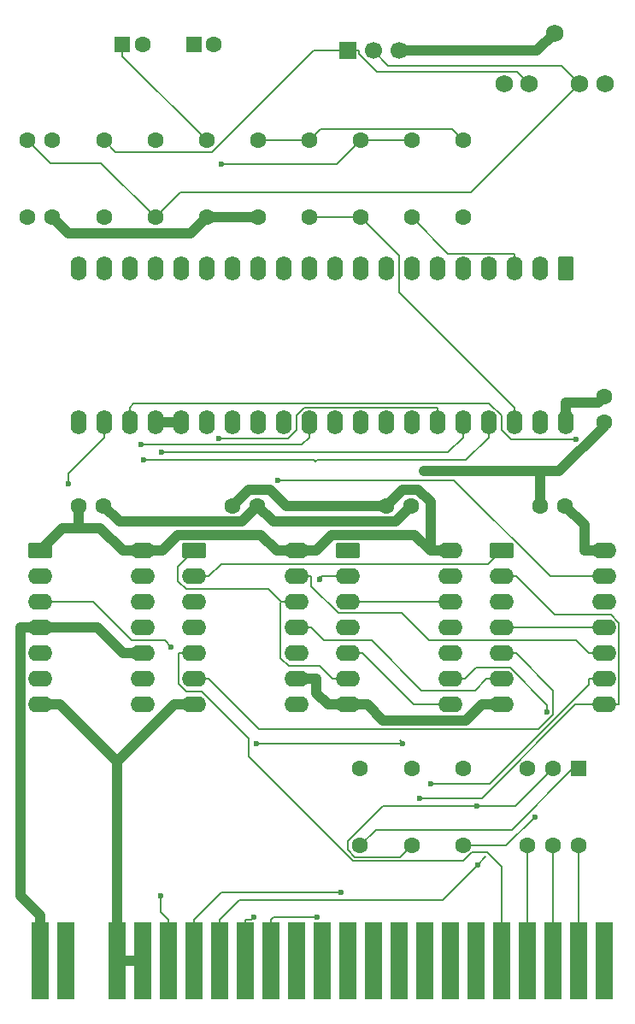
<source format=gbr>
%TF.GenerationSoftware,KiCad,Pcbnew,9.0.3*%
%TF.CreationDate,2025-08-11T15:59:24+01:00*%
%TF.ProjectId,MyZON-X,4d795a4f-4e2d-4582-9e6b-696361645f70,rev?*%
%TF.SameCoordinates,Original*%
%TF.FileFunction,Copper,L2,Bot*%
%TF.FilePolarity,Positive*%
%FSLAX46Y46*%
G04 Gerber Fmt 4.6, Leading zero omitted, Abs format (unit mm)*
G04 Created by KiCad (PCBNEW 9.0.3) date 2025-08-11 15:59:24*
%MOMM*%
%LPD*%
G01*
G04 APERTURE LIST*
G04 Aperture macros list*
%AMRoundRect*
0 Rectangle with rounded corners*
0 $1 Rounding radius*
0 $2 $3 $4 $5 $6 $7 $8 $9 X,Y pos of 4 corners*
0 Add a 4 corners polygon primitive as box body*
4,1,4,$2,$3,$4,$5,$6,$7,$8,$9,$2,$3,0*
0 Add four circle primitives for the rounded corners*
1,1,$1+$1,$2,$3*
1,1,$1+$1,$4,$5*
1,1,$1+$1,$6,$7*
1,1,$1+$1,$8,$9*
0 Add four rect primitives between the rounded corners*
20,1,$1+$1,$2,$3,$4,$5,0*
20,1,$1+$1,$4,$5,$6,$7,0*
20,1,$1+$1,$6,$7,$8,$9,0*
20,1,$1+$1,$8,$9,$2,$3,0*%
G04 Aperture macros list end*
%TA.AperFunction,ComponentPad*%
%ADD10C,1.600000*%
%TD*%
%TA.AperFunction,ComponentPad*%
%ADD11RoundRect,0.250000X-0.550000X0.950000X-0.550000X-0.950000X0.550000X-0.950000X0.550000X0.950000X0*%
%TD*%
%TA.AperFunction,ComponentPad*%
%ADD12O,1.600000X2.400000*%
%TD*%
%TA.AperFunction,ConnectorPad*%
%ADD13R,1.778000X7.620000*%
%TD*%
%TA.AperFunction,ComponentPad*%
%ADD14RoundRect,0.250000X-0.550000X0.550000X-0.550000X-0.550000X0.550000X-0.550000X0.550000X0.550000X0*%
%TD*%
%TA.AperFunction,ComponentPad*%
%ADD15R,1.700000X1.700000*%
%TD*%
%TA.AperFunction,ComponentPad*%
%ADD16C,1.700000*%
%TD*%
%TA.AperFunction,ComponentPad*%
%ADD17RoundRect,0.250000X-0.550000X-0.550000X0.550000X-0.550000X0.550000X0.550000X-0.550000X0.550000X0*%
%TD*%
%TA.AperFunction,ComponentPad*%
%ADD18C,1.752600*%
%TD*%
%TA.AperFunction,ComponentPad*%
%ADD19RoundRect,0.250000X-0.950000X-0.550000X0.950000X-0.550000X0.950000X0.550000X-0.950000X0.550000X0*%
%TD*%
%TA.AperFunction,ComponentPad*%
%ADD20O,2.400000X1.600000*%
%TD*%
%TA.AperFunction,ViaPad*%
%ADD21C,0.600000*%
%TD*%
%TA.AperFunction,ViaPad*%
%ADD22C,0.800000*%
%TD*%
%TA.AperFunction,Conductor*%
%ADD23C,1.000000*%
%TD*%
%TA.AperFunction,Conductor*%
%ADD24C,0.200000*%
%TD*%
G04 APERTURE END LIST*
D10*
%TO.P,C5,1*%
%TO.N,VCC*%
X59710000Y-99695000D03*
%TO.P,C5,2*%
%TO.N,GND*%
X62210000Y-99695000D03*
%TD*%
%TO.P,R4,1*%
%TO.N,/OUTA*%
X97790000Y-71120000D03*
%TO.P,R4,2*%
%TO.N,Net-(C1-Pad1)*%
X97790000Y-63500000D03*
%TD*%
D11*
%TO.P,U1,1,GND*%
%TO.N,GND*%
X107940000Y-76200000D03*
D12*
%TO.P,U1,2,NC2*%
%TO.N,unconnected-(U1-NC2-Pad2)*%
X105400000Y-76200000D03*
%TO.P,U1,3,OUTB*%
%TO.N,/OUTB*%
X102860000Y-76200000D03*
%TO.P,U1,4,OUTA*%
%TO.N,/OUTA*%
X100320000Y-76200000D03*
%TO.P,U1,5,NC5*%
%TO.N,unconnected-(U1-NC5-Pad5)*%
X97780000Y-76200000D03*
%TO.P,U1,6,IOB7*%
%TO.N,unconnected-(U1-IOB7-Pad6)*%
X95240000Y-76200000D03*
%TO.P,U1,7,IOB6*%
%TO.N,unconnected-(U1-IOB6-Pad7)*%
X92700000Y-76200000D03*
%TO.P,U1,8,IOB5*%
%TO.N,unconnected-(U1-IOB5-Pad8)*%
X90160000Y-76200000D03*
%TO.P,U1,9,IOB4*%
%TO.N,unconnected-(U1-IOB4-Pad9)*%
X87620000Y-76200000D03*
%TO.P,U1,10,IOB3*%
%TO.N,unconnected-(U1-IOB3-Pad10)*%
X85080000Y-76200000D03*
%TO.P,U1,11,IOB2*%
%TO.N,unconnected-(U1-IOB2-Pad11)*%
X82540000Y-76200000D03*
%TO.P,U1,12,IOB1*%
%TO.N,unconnected-(U1-IOB1-Pad12)*%
X80000000Y-76200000D03*
%TO.P,U1,13,IOB0*%
%TO.N,unconnected-(U1-IOB0-Pad13)*%
X77460000Y-76200000D03*
%TO.P,U1,14,IOA7*%
%TO.N,unconnected-(U1-IOA7-Pad14)*%
X74920000Y-76200000D03*
%TO.P,U1,15,IOA6*%
%TO.N,unconnected-(U1-IOA6-Pad15)*%
X72380000Y-76200000D03*
%TO.P,U1,16,IOA5*%
%TO.N,unconnected-(U1-IOA5-Pad16)*%
X69840000Y-76200000D03*
%TO.P,U1,17,IOA4*%
%TO.N,unconnected-(U1-IOA4-Pad17)*%
X67300000Y-76200000D03*
%TO.P,U1,18,IOA3*%
%TO.N,unconnected-(U1-IOA3-Pad18)*%
X64760000Y-76200000D03*
%TO.P,U1,19,IOA2*%
%TO.N,unconnected-(U1-IOA2-Pad19)*%
X62220000Y-76200000D03*
%TO.P,U1,20,IOA1*%
%TO.N,unconnected-(U1-IOA1-Pad20)*%
X59680000Y-76200000D03*
%TO.P,U1,21,IOA0*%
%TO.N,unconnected-(U1-IOA0-Pad21)*%
X59680000Y-91440000D03*
%TO.P,U1,22,CLOCK*%
%TO.N,/PSGCLK*%
X62220000Y-91440000D03*
%TO.P,U1,23,RESET*%
%TO.N,/~{RESET}*%
X64760000Y-91440000D03*
%TO.P,U1,24,A9*%
%TO.N,VCC*%
X67300000Y-91440000D03*
%TO.P,U1,25,A8*%
X69840000Y-91440000D03*
%TO.P,U1,26,TEST2*%
%TO.N,unconnected-(U1-TEST2-Pad26)*%
X72380000Y-91440000D03*
%TO.P,U1,27,BDIR*%
%TO.N,/BDIR*%
X74920000Y-91440000D03*
%TO.P,U1,28,BC2*%
%TO.N,VCC*%
X77460000Y-91440000D03*
%TO.P,U1,29,BC1*%
%TO.N,/BC1*%
X80000000Y-91440000D03*
%TO.P,U1,30,D7*%
%TO.N,/D7*%
X82540000Y-91440000D03*
%TO.P,U1,31,D6*%
%TO.N,/D6*%
X85080000Y-91440000D03*
%TO.P,U1,32,D5*%
%TO.N,/D5*%
X87620000Y-91440000D03*
%TO.P,U1,33,D4*%
%TO.N,/D4*%
X90160000Y-91440000D03*
%TO.P,U1,34,D3*%
%TO.N,/D3*%
X92700000Y-91440000D03*
%TO.P,U1,35,D2*%
%TO.N,/D2*%
X95240000Y-91440000D03*
%TO.P,U1,36,D1*%
%TO.N,/D1*%
X97780000Y-91440000D03*
%TO.P,U1,37,D0*%
%TO.N,/D0*%
X100320000Y-91440000D03*
%TO.P,U1,38,OUTC*%
%TO.N,/OUTC*%
X102860000Y-91440000D03*
%TO.P,U1,39,TEST1*%
%TO.N,unconnected-(U1-TEST1-Pad39)*%
X105400000Y-91440000D03*
%TO.P,U1,40,VCC*%
%TO.N,VCC*%
X107940000Y-91440000D03*
%TD*%
D10*
%TO.P,R11,1*%
%TO.N,Net-(C2-Pad2)*%
X62230000Y-71120000D03*
%TO.P,R11,2*%
%TO.N,Net-(CO3-Pin_1)*%
X62230000Y-63500000D03*
%TD*%
%TO.P,C3,1*%
%TO.N,Net-(CO3-Pin_2)*%
X54635000Y-63500000D03*
%TO.P,C3,2*%
%TO.N,GND*%
X57135000Y-63500000D03*
%TD*%
%TO.P,R3,1*%
%TO.N,VCC*%
X87555000Y-125730000D03*
%TO.P,R3,2*%
%TO.N,Net-(R3-Pad2)*%
X87555000Y-133350000D03*
%TD*%
%TO.P,C6,1*%
%TO.N,VCC*%
X74950000Y-99695000D03*
%TO.P,C6,2*%
%TO.N,GND*%
X77450000Y-99695000D03*
%TD*%
D13*
%TO.P,CO1,A3,+5Vcc*%
%TO.N,VCC*%
X55874982Y-144780000D03*
%TO.P,CO1,A4,+9Vcc*%
%TO.N,unconnected-(CO1-+9Vcc-PadA4)*%
X58414982Y-144780000D03*
%TO.P,CO1,A6,GND*%
%TO.N,GND*%
X63494982Y-144780000D03*
%TO.P,CO1,A7,GND*%
X66034982Y-144780000D03*
%TO.P,CO1,A8,CLK*%
%TO.N,/CLK*%
X68574982Y-144780000D03*
%TO.P,CO1,A9,A0*%
%TO.N,/A0*%
X71114982Y-144780000D03*
%TO.P,CO1,A10,A1*%
%TO.N,/A1*%
X73654982Y-144780000D03*
%TO.P,CO1,A11,A2*%
%TO.N,/A2*%
X76194982Y-144780000D03*
%TO.P,CO1,A12,A3*%
%TO.N,/A3*%
X78734982Y-144780000D03*
%TO.P,CO1,A13,A15*%
%TO.N,unconnected-(CO1-A15-PadA13)*%
X81274982Y-144780000D03*
%TO.P,CO1,A14,A14*%
%TO.N,unconnected-(CO1-PadA14)*%
X83814982Y-144780000D03*
%TO.P,CO1,A15,A13*%
%TO.N,unconnected-(CO1-A13-PadA15)*%
X86354982Y-144780000D03*
%TO.P,CO1,A16,A12*%
%TO.N,unconnected-(CO1-A12-PadA16)*%
X88894982Y-144780000D03*
%TO.P,CO1,A17,A11*%
%TO.N,unconnected-(CO1-A11-PadA17)*%
X91434982Y-144780000D03*
%TO.P,CO1,A18,A10*%
%TO.N,unconnected-(CO1-A10-PadA18)*%
X93974982Y-144780000D03*
%TO.P,CO1,A19,A9*%
%TO.N,unconnected-(CO1-A9-PadA19)*%
X96514982Y-144780000D03*
%TO.P,CO1,A20,A8*%
%TO.N,unconnected-(CO1-A8-PadA20)*%
X99054982Y-144780000D03*
%TO.P,CO1,A21,A7*%
%TO.N,/A7*%
X101594982Y-144780000D03*
%TO.P,CO1,A22,A6*%
%TO.N,/A6*%
X104134982Y-144780000D03*
%TO.P,CO1,A23,A5*%
%TO.N,/A5*%
X106674982Y-144780000D03*
%TO.P,CO1,A24,A4*%
%TO.N,/A4*%
X109214982Y-144780000D03*
%TO.P,CO1,A25,~{ROMCS}*%
%TO.N,unconnected-(CO1-~{ROMCS}-PadA25)*%
X111754982Y-144780000D03*
%TD*%
D10*
%TO.P,R1,1*%
%TO.N,VCC*%
X97785000Y-125730000D03*
%TO.P,R1,2*%
%TO.N,Net-(R1-Pad2)*%
X97785000Y-133350000D03*
%TD*%
D14*
%TO.P,SW1,1*%
%TO.N,Net-(R3-Pad2)*%
X109220000Y-125730000D03*
D10*
%TO.P,SW1,2*%
%TO.N,Net-(R2-Pad2)*%
X106680000Y-125730000D03*
%TO.P,SW1,3*%
%TO.N,Net-(R1-Pad2)*%
X104140000Y-125730000D03*
%TO.P,SW1,4*%
%TO.N,/A6*%
X104140000Y-133350000D03*
%TO.P,SW1,5*%
%TO.N,/A5*%
X106680000Y-133350000D03*
%TO.P,SW1,6*%
%TO.N,/A4*%
X109220000Y-133350000D03*
%TD*%
%TO.P,R8,1*%
%TO.N,Net-(C1-Pad1)*%
X77470000Y-63500000D03*
%TO.P,R8,2*%
%TO.N,GND*%
X77470000Y-71120000D03*
%TD*%
%TO.P,R2,1*%
%TO.N,VCC*%
X92705000Y-125730000D03*
%TO.P,R2,2*%
%TO.N,Net-(R2-Pad2)*%
X92705000Y-133350000D03*
%TD*%
D15*
%TO.P,CO3,1,Pin_1*%
%TO.N,Net-(CO3-Pin_1)*%
X86355000Y-54610000D03*
D16*
%TO.P,CO3,2,Pin_2*%
%TO.N,Net-(CO3-Pin_2)*%
X88895000Y-54610000D03*
%TO.P,CO3,3,Pin_3*%
%TO.N,GND*%
X91435000Y-54610000D03*
%TD*%
D10*
%TO.P,C4,1*%
%TO.N,Net-(CO3-Pin_1)*%
X54615000Y-71120000D03*
%TO.P,C4,2*%
%TO.N,GND*%
X57115000Y-71120000D03*
%TD*%
D17*
%TO.P,C2,1*%
%TO.N,Net-(C2-Pad1)*%
X64035000Y-53975000D03*
D10*
%TO.P,C2,2*%
%TO.N,Net-(C2-Pad2)*%
X66035000Y-53975000D03*
%TD*%
%TO.P,R7,1*%
%TO.N,Net-(C1-Pad1)*%
X82550000Y-63500000D03*
%TO.P,R7,2*%
%TO.N,/OUTC*%
X82550000Y-71120000D03*
%TD*%
%TO.P,R5,1*%
%TO.N,/OUTB*%
X92710000Y-71120000D03*
%TO.P,R5,2*%
%TO.N,Net-(C2-Pad1)*%
X92710000Y-63500000D03*
%TD*%
D18*
%TO.P,CO2,1,1*%
%TO.N,unconnected-(CO2-Pad1)*%
X111845100Y-57840000D03*
%TO.P,CO2,2,2*%
%TO.N,Net-(CO3-Pin_2)*%
X109345100Y-57840000D03*
%TO.P,CO2,3,3*%
%TO.N,Net-(CO3-Pin_1)*%
X104345100Y-57840000D03*
%TO.P,CO2,4,4*%
%TO.N,unconnected-(CO2-Pad4)*%
X101845100Y-57840000D03*
%TO.P,CO2,5,5*%
%TO.N,GND*%
X106845100Y-52840000D03*
%TD*%
D19*
%TO.P,U4,1*%
%TO.N,/A3*%
X86360000Y-104140000D03*
D20*
%TO.P,U4,2*%
%TO.N,/A2*%
X86360000Y-106680000D03*
%TO.P,U4,3*%
%TO.N,Net-(U4-Pad12)*%
X86360000Y-109220000D03*
%TO.P,U4,4*%
%TO.N,/A0*%
X86360000Y-111760000D03*
%TO.P,U4,5*%
%TO.N,Net-(U4-Pad5)*%
X86360000Y-114300000D03*
%TO.P,U4,6*%
%TO.N,/VALID*%
X86360000Y-116840000D03*
%TO.P,U4,7,GND*%
%TO.N,GND*%
X86360000Y-119380000D03*
%TO.P,U4,8*%
%TO.N,Net-(U4-Pad5)*%
X96520000Y-119380000D03*
%TO.P,U4,9*%
%TO.N,Net-(R3-Pad2)*%
X96520000Y-116840000D03*
%TO.P,U4,10*%
%TO.N,Net-(R2-Pad2)*%
X96520000Y-114300000D03*
%TO.P,U4,11*%
%TO.N,Net-(R1-Pad2)*%
X96520000Y-111760000D03*
%TO.P,U4,12*%
%TO.N,Net-(U4-Pad12)*%
X96520000Y-109220000D03*
%TO.P,U4,13*%
%TO.N,/A1*%
X96520000Y-106680000D03*
%TO.P,U4,14,VCC*%
%TO.N,VCC*%
X96520000Y-104140000D03*
%TD*%
D19*
%TO.P,U5,1*%
%TO.N,/IOWR*%
X101600000Y-104140000D03*
D20*
%TO.P,U5,2*%
%TO.N,/~{IOREQ}*%
X101600000Y-106680000D03*
%TO.P,U5,3*%
%TO.N,/~{WR}*%
X101600000Y-109220000D03*
%TO.P,U5,4*%
%TO.N,Net-(U5-Pad11)*%
X101600000Y-111760000D03*
%TO.P,U5,5*%
%TO.N,Net-(U3-Pad6)*%
X101600000Y-114300000D03*
%TO.P,U5,6*%
%TO.N,Net-(U3-Pad11)*%
X101600000Y-116840000D03*
%TO.P,U5,7,GND*%
%TO.N,GND*%
X101600000Y-119380000D03*
%TO.P,U5,8*%
%TO.N,/~{IOREQ}*%
X111760000Y-119380000D03*
%TO.P,U5,9*%
%TO.N,/~{RD}*%
X111760000Y-116840000D03*
%TO.P,U5,10*%
%TO.N,/IORD*%
X111760000Y-114300000D03*
%TO.P,U5,11*%
%TO.N,Net-(U5-Pad11)*%
X111760000Y-111760000D03*
%TO.P,U5,12*%
X111760000Y-109220000D03*
%TO.P,U5,13*%
%TO.N,/BC1*%
X111760000Y-106680000D03*
%TO.P,U5,14,VCC*%
%TO.N,VCC*%
X111760000Y-104140000D03*
%TD*%
D17*
%TO.P,C1,1*%
%TO.N,Net-(C1-Pad1)*%
X71115000Y-53975000D03*
D10*
%TO.P,C1,2*%
%TO.N,Net-(C1-Pad2)*%
X73115000Y-53975000D03*
%TD*%
%TO.P,R6,1*%
%TO.N,Net-(C2-Pad1)*%
X87630000Y-63500000D03*
%TO.P,R6,2*%
%TO.N,/OUTC*%
X87630000Y-71120000D03*
%TD*%
%TO.P,C9,1*%
%TO.N,VCC*%
X111755000Y-88900000D03*
%TO.P,C9,2*%
%TO.N,GND*%
X111755000Y-91400000D03*
%TD*%
D19*
%TO.P,U3,1*%
%TO.N,/VALID*%
X71120000Y-104140000D03*
D20*
%TO.P,U3,2*%
%TO.N,/IOWR*%
X71120000Y-106680000D03*
%TO.P,U3,3*%
%TO.N,/BDIR*%
X71120000Y-109220000D03*
%TO.P,U3,4*%
X71120000Y-111760000D03*
%TO.P,U3,5*%
%TO.N,/A7*%
X71120000Y-114300000D03*
%TO.P,U3,6*%
%TO.N,Net-(U3-Pad6)*%
X71120000Y-116840000D03*
%TO.P,U3,7,GND*%
%TO.N,GND*%
X71120000Y-119380000D03*
%TO.P,U3,8*%
%TO.N,unconnected-(U3-Pad8)*%
X81280000Y-119380000D03*
%TO.P,U3,9*%
%TO.N,GND*%
X81280000Y-116840000D03*
%TO.P,U3,10*%
X81280000Y-114300000D03*
%TO.P,U3,11*%
%TO.N,Net-(U3-Pad11)*%
X81280000Y-111760000D03*
%TO.P,U3,12*%
%TO.N,/VALID*%
X81280000Y-109220000D03*
%TO.P,U3,13*%
%TO.N,/IORD*%
X81280000Y-106680000D03*
%TO.P,U3,14,VCC*%
%TO.N,VCC*%
X81280000Y-104140000D03*
%TD*%
D19*
%TO.P,U2,1,~{R}*%
%TO.N,VCC*%
X55880000Y-104140000D03*
D20*
%TO.P,U2,2,D*%
%TO.N,Net-(U2A-D)*%
X55880000Y-106680000D03*
%TO.P,U2,3,C*%
%TO.N,/CLK*%
X55880000Y-109220000D03*
%TO.P,U2,4,~{S}*%
%TO.N,VCC*%
X55880000Y-111760000D03*
%TO.P,U2,5,Q*%
%TO.N,/PSGCLK*%
X55880000Y-114300000D03*
%TO.P,U2,6,~{Q}*%
%TO.N,Net-(U2A-D)*%
X55880000Y-116840000D03*
%TO.P,U2,7,GND*%
%TO.N,GND*%
X55880000Y-119380000D03*
%TO.P,U2,8,~{Q}*%
%TO.N,unconnected-(U2B-~{Q}-Pad8)*%
X66040000Y-119380000D03*
%TO.P,U2,9,Q*%
%TO.N,unconnected-(U2B-Q-Pad9)*%
X66040000Y-116840000D03*
%TO.P,U2,10,~{S}*%
%TO.N,VCC*%
X66040000Y-114300000D03*
%TO.P,U2,11,C*%
X66040000Y-111760000D03*
%TO.P,U2,12,D*%
X66040000Y-109220000D03*
%TO.P,U2,13,~{R}*%
X66040000Y-106680000D03*
%TO.P,U2,14,VCC*%
X66040000Y-104140000D03*
%TD*%
D10*
%TO.P,R10,1*%
%TO.N,Net-(C1-Pad2)*%
X67310000Y-63500000D03*
%TO.P,R10,2*%
%TO.N,Net-(CO3-Pin_2)*%
X67310000Y-71120000D03*
%TD*%
%TO.P,C7,1*%
%TO.N,VCC*%
X90190000Y-99695000D03*
%TO.P,C7,2*%
%TO.N,GND*%
X92690000Y-99695000D03*
%TD*%
%TO.P,C8,1*%
%TO.N,VCC*%
X107930000Y-99695000D03*
%TO.P,C8,2*%
%TO.N,GND*%
X105430000Y-99695000D03*
%TD*%
%TO.P,R9,1*%
%TO.N,Net-(C2-Pad1)*%
X72390000Y-63500000D03*
%TO.P,R9,2*%
%TO.N,GND*%
X72390000Y-71120000D03*
%TD*%
D21*
%TO.N,Net-(C2-Pad1)*%
X73854100Y-65804800D03*
%TO.N,/CLK*%
X67857500Y-138341200D03*
X68882100Y-113650600D03*
%TO.N,/D2*%
X73614600Y-92992100D03*
%TO.N,/D7*%
X65902100Y-93644300D03*
%TO.N,/~{RESET}*%
X108978100Y-93080000D03*
%TO.N,/A3*%
X83370800Y-140394800D03*
%TO.N,/~{RD}*%
X94641100Y-127236000D03*
%TO.N,/A2*%
X77065500Y-140394800D03*
X83555600Y-106966700D03*
%TO.N,/~{IOREQ}*%
X93521600Y-128651100D03*
%TO.N,/A1*%
X99216600Y-135226300D03*
%TO.N,/A0*%
X85719800Y-137949900D03*
%TO.N,/D3*%
X77350700Y-123256000D03*
X91822500Y-123222800D03*
%TO.N,/D0*%
X66167300Y-95157100D03*
%TO.N,/D1*%
X67902700Y-94400700D03*
%TO.N,Net-(R1-Pad2)*%
X104921500Y-130481600D03*
%TO.N,Net-(R2-Pad2)*%
X99208300Y-129409800D03*
%TO.N,Net-(R3-Pad2)*%
X106107500Y-120072900D03*
%TO.N,/PSGCLK*%
X58684600Y-97495800D03*
%TO.N,/BC1*%
X79472300Y-97130800D03*
D22*
%TO.N,GND*%
X93949800Y-96249200D03*
%TD*%
D23*
%TO.N,VCC*%
X58148300Y-101871700D02*
X59710000Y-101871700D01*
X61820000Y-101871700D02*
X64088300Y-104140000D01*
X69567700Y-102564000D02*
X77752300Y-102564000D01*
X81280000Y-104140000D02*
X79328300Y-104140000D01*
X94568300Y-99314800D02*
X94568300Y-104140000D01*
X78689900Y-98111900D02*
X80273000Y-99695000D01*
X93369400Y-98115900D02*
X94568300Y-99314800D01*
X59710000Y-99695000D02*
X59710000Y-101871700D01*
X83231700Y-104140000D02*
X84784400Y-102587300D01*
X93015600Y-102587300D02*
X94568300Y-104140000D01*
X91769100Y-98115900D02*
X93369400Y-98115900D01*
X59710000Y-101871700D02*
X61820000Y-101871700D01*
X76533100Y-98111900D02*
X78689900Y-98111900D01*
X67991700Y-104140000D02*
X69567700Y-102564000D01*
X65905600Y-104140000D02*
X64088300Y-104140000D01*
X84784400Y-102587300D02*
X93015600Y-102587300D01*
X74950000Y-99695000D02*
X76533100Y-98111900D01*
X55880000Y-104140000D02*
X58148300Y-101871700D01*
X81280000Y-104140000D02*
X83231700Y-104140000D01*
X90190000Y-99695000D02*
X91769100Y-98115900D01*
X77752300Y-102564000D02*
X79328300Y-104140000D01*
X80273000Y-99695000D02*
X90190000Y-99695000D01*
X66040000Y-104140000D02*
X67991700Y-104140000D01*
X96520000Y-104140000D02*
X94568300Y-104140000D01*
%TO.N,GND*%
X105430000Y-99695000D02*
X105430000Y-96249200D01*
X107296300Y-96249200D02*
X111755000Y-91790500D01*
X105430000Y-96249200D02*
X93949800Y-96249200D01*
X105430000Y-96249200D02*
X107296300Y-96249200D01*
D24*
%TO.N,Net-(C1-Pad1)*%
X77470000Y-63500000D02*
X82550000Y-63500000D01*
X82550000Y-63500000D02*
X83653600Y-62396400D01*
X96686400Y-62396400D02*
X97790000Y-63500000D01*
X83653600Y-62396400D02*
X96686400Y-62396400D01*
%TO.N,Net-(C2-Pad1)*%
X64035000Y-53975000D02*
X64035000Y-55145000D01*
X73854100Y-65804800D02*
X85325200Y-65804800D01*
X92710000Y-63500000D02*
X87630000Y-63500000D01*
X85325200Y-65804800D02*
X87630000Y-63500000D01*
X64035000Y-55145000D02*
X72390000Y-63500000D01*
D23*
%TO.N,GND*%
X101600000Y-119380000D02*
X99648300Y-119380000D01*
X55880000Y-119380000D02*
X57831700Y-119380000D01*
X57115000Y-71120000D02*
X58712000Y-72717000D01*
X83231700Y-118203400D02*
X83231700Y-116840000D01*
X105075100Y-54610000D02*
X106845100Y-52840000D01*
X91122100Y-101262900D02*
X79017900Y-101262900D01*
X63505000Y-125043300D02*
X63495000Y-125043300D01*
X69168300Y-119380000D02*
X63505000Y-125043300D01*
X98065900Y-120962400D02*
X89894100Y-120962400D01*
X62210000Y-99695000D02*
X63761700Y-101246700D01*
X79017900Y-101262900D02*
X77450000Y-99695000D01*
X89894100Y-120962400D02*
X88311700Y-119380000D01*
X81280000Y-116840000D02*
X83231700Y-116840000D01*
X92690000Y-99695000D02*
X91122100Y-101262900D01*
X86360000Y-119380000D02*
X88311700Y-119380000D01*
X63495000Y-144780000D02*
X63495000Y-125043300D01*
X77470000Y-71120000D02*
X72390000Y-71120000D01*
X63495000Y-125043300D02*
X57831700Y-119380000D01*
X84408300Y-119380000D02*
X83231700Y-118203400D01*
X70793000Y-72717000D02*
X72390000Y-71120000D01*
X63761700Y-101246700D02*
X75898300Y-101246700D01*
X63495000Y-144780000D02*
X66035000Y-144780000D01*
X91435000Y-54610000D02*
X105075100Y-54610000D01*
X99648300Y-119380000D02*
X98065900Y-120962400D01*
X71120000Y-119380000D02*
X69168300Y-119380000D01*
X75898300Y-101246700D02*
X77450000Y-99695000D01*
X111755000Y-91790500D02*
X111755000Y-91400000D01*
X58712000Y-72717000D02*
X70793000Y-72717000D01*
X86360000Y-119380000D02*
X84408300Y-119380000D01*
%TO.N,VCC*%
X65905600Y-104140000D02*
X66040000Y-104140000D01*
X107940000Y-89488300D02*
X111166700Y-89488300D01*
X109808300Y-101573300D02*
X107930000Y-99695000D01*
X55880000Y-111760000D02*
X61548300Y-111760000D01*
X55875000Y-140218300D02*
X53928300Y-138271600D01*
X69840000Y-91440000D02*
X67300000Y-91440000D01*
X111760000Y-104140000D02*
X109808300Y-104140000D01*
X55875000Y-144780000D02*
X55875000Y-140218300D01*
X55880000Y-111760000D02*
X53928300Y-111760000D01*
X61548300Y-111760000D02*
X64088300Y-114300000D01*
X53928300Y-138271600D02*
X53928300Y-111760000D01*
X109808300Y-104140000D02*
X109808300Y-101573300D01*
X107940000Y-91440000D02*
X107940000Y-89488300D01*
X111166700Y-89488300D02*
X111755000Y-88900000D01*
X66040000Y-114300000D02*
X64088300Y-114300000D01*
D24*
%TO.N,/CLK*%
X68261500Y-113030000D02*
X65010000Y-113030000D01*
X68575000Y-140668300D02*
X67857500Y-139950800D01*
X68882100Y-113650600D02*
X68261500Y-113030000D01*
X65010000Y-113030000D02*
X61200000Y-109220000D01*
X68575000Y-144780000D02*
X68575000Y-140668300D01*
X61200000Y-109220000D02*
X55880000Y-109220000D01*
X67857500Y-139950800D02*
X67857500Y-138341200D01*
%TO.N,/D2*%
X80447400Y-92992100D02*
X73614600Y-92992100D01*
X81270000Y-90746000D02*
X81270000Y-92169500D01*
X95240000Y-89938300D02*
X82077700Y-89938300D01*
X81270000Y-92169500D02*
X80447400Y-92992100D01*
X95240000Y-91440000D02*
X95240000Y-89938300D01*
X82077700Y-89938300D02*
X81270000Y-90746000D01*
%TO.N,/D7*%
X82540000Y-91440000D02*
X82540000Y-92941700D01*
X65902100Y-93644300D02*
X81837400Y-93644300D01*
X81837400Y-93644300D02*
X82540000Y-92941700D01*
%TO.N,Net-(CO3-Pin_2)*%
X54635000Y-63500000D02*
X56886400Y-65751400D01*
X98555500Y-68629600D02*
X69800400Y-68629600D01*
X109345100Y-57840000D02*
X98555500Y-68629600D01*
X107588900Y-56083800D02*
X90368800Y-56083800D01*
X61941400Y-65751400D02*
X67310000Y-71120000D01*
X69800400Y-68629600D02*
X67310000Y-71120000D01*
X56886400Y-65751400D02*
X61941400Y-65751400D01*
X90368800Y-56083800D02*
X88895000Y-54610000D01*
X109345100Y-57840000D02*
X107588900Y-56083800D01*
%TO.N,Net-(CO3-Pin_1)*%
X82969800Y-54610000D02*
X72954700Y-64625100D01*
X89265600Y-56656800D02*
X87506700Y-54897900D01*
X86355000Y-54610000D02*
X87506700Y-54610000D01*
X63355100Y-64625100D02*
X62230000Y-63500000D01*
X86355000Y-54610000D02*
X82969800Y-54610000D01*
X104345100Y-57840000D02*
X103161900Y-56656800D01*
X72954700Y-64625100D02*
X63355100Y-64625100D01*
X103161900Y-56656800D02*
X89265600Y-56656800D01*
X87506700Y-54897900D02*
X87506700Y-54610000D01*
%TO.N,/A5*%
X106675000Y-133355000D02*
X106680000Y-133350000D01*
X106675000Y-144780000D02*
X106675000Y-133355000D01*
%TO.N,/~{RESET}*%
X101590000Y-90739000D02*
X101590000Y-92146100D01*
X64760000Y-91440000D02*
X64760000Y-89938300D01*
X64760000Y-89938300D02*
X65167100Y-89531200D01*
X102523900Y-93080000D02*
X108978100Y-93080000D01*
X65167100Y-89531200D02*
X100382200Y-89531200D01*
X101590000Y-92146100D02*
X102523900Y-93080000D01*
X100382200Y-89531200D02*
X101590000Y-90739000D01*
%TO.N,/A7*%
X97820900Y-134872200D02*
X86915900Y-134872200D01*
X101595000Y-135449900D02*
X100160000Y-134014900D01*
X71921800Y-118074700D02*
X70386600Y-118074700D01*
X100160000Y-134014900D02*
X98678200Y-134014900D01*
X76576900Y-122729800D02*
X71921800Y-118074700D01*
X98678200Y-134014900D02*
X97820900Y-134872200D01*
X86915900Y-134872200D02*
X76576900Y-124533200D01*
X70386600Y-118074700D02*
X69618300Y-117306400D01*
X101595000Y-144780000D02*
X101595000Y-135449900D01*
X76576900Y-124533200D02*
X76576900Y-122729800D01*
X69618300Y-117306400D02*
X69618300Y-114300000D01*
X71120000Y-114300000D02*
X69618300Y-114300000D01*
%TO.N,/A4*%
X109215000Y-133355000D02*
X109220000Y-133350000D01*
X109215000Y-144780000D02*
X109215000Y-133355000D01*
%TO.N,/A3*%
X78735000Y-144780000D02*
X78735000Y-140668300D01*
X79008500Y-140394800D02*
X78735000Y-140668300D01*
X83370800Y-140394800D02*
X79008500Y-140394800D01*
%TO.N,/~{RD}*%
X110258300Y-116840000D02*
X110258300Y-117414900D01*
X111760000Y-116840000D02*
X110258300Y-116840000D01*
X100437200Y-127236000D02*
X94641100Y-127236000D01*
X110258300Y-117414900D02*
X100437200Y-127236000D01*
%TO.N,/A6*%
X104135000Y-133355000D02*
X104135000Y-144780000D01*
X104140000Y-133350000D02*
X104135000Y-133355000D01*
%TO.N,/A2*%
X83555600Y-106966700D02*
X83555600Y-106680000D01*
X83842300Y-106680000D02*
X83555600Y-106966700D01*
X77065500Y-140394800D02*
X76792000Y-140668300D01*
X83555600Y-106680000D02*
X83555600Y-106966700D01*
X76195000Y-144780000D02*
X76195000Y-140668300D01*
X76792000Y-140668300D02*
X76195000Y-140668300D01*
X86360000Y-106680000D02*
X83842300Y-106680000D01*
%TO.N,/~{IOREQ}*%
X108932000Y-119380000D02*
X99660900Y-128651100D01*
X101600000Y-106680000D02*
X103101700Y-106680000D01*
X112510900Y-119380000D02*
X111760000Y-119380000D01*
X112462100Y-110490000D02*
X106911700Y-110490000D01*
X106911700Y-110490000D02*
X103101700Y-106680000D01*
X113261700Y-119380000D02*
X113261700Y-111289600D01*
X99660900Y-128651100D02*
X93521600Y-128651100D01*
X112510900Y-119380000D02*
X113261700Y-119380000D01*
X111760000Y-119380000D02*
X108932000Y-119380000D01*
X113261700Y-111289600D02*
X112462100Y-110490000D01*
%TO.N,/A1*%
X75633000Y-138690300D02*
X95752600Y-138690300D01*
X99216600Y-135227900D02*
X99216600Y-135226300D01*
X99216600Y-135226300D02*
X100002100Y-134440800D01*
X73655000Y-144780000D02*
X73655000Y-140668300D01*
X95752600Y-138690300D02*
X99216600Y-135226300D01*
X100002100Y-134440800D02*
X99216600Y-135226300D01*
X73655000Y-140668300D02*
X75633000Y-138690300D01*
X99216600Y-135226300D02*
X99216600Y-135227900D01*
%TO.N,/A0*%
X85719800Y-137949900D02*
X73833400Y-137949900D01*
X71115000Y-144780000D02*
X71115000Y-140668300D01*
X73833400Y-137949900D02*
X71115000Y-140668300D01*
%TO.N,/D3*%
X77196200Y-123410500D02*
X77350700Y-123256000D01*
X91535700Y-122936000D02*
X91822500Y-123222800D01*
X91822500Y-123222800D02*
X91535700Y-122936000D01*
X77350700Y-123256000D02*
X77196200Y-123410500D01*
X77350700Y-123256000D02*
X91789300Y-123256000D01*
X91789300Y-123256000D02*
X91822500Y-123222800D01*
%TO.N,/D0*%
X100320000Y-91440000D02*
X100320000Y-92941700D01*
X83308200Y-95157100D02*
X98104600Y-95157100D01*
X82975600Y-95157100D02*
X83141900Y-95323400D01*
X98104600Y-95157100D02*
X100320000Y-92941700D01*
X83141900Y-95323400D02*
X83308200Y-95157100D01*
X66167300Y-95157100D02*
X82975600Y-95157100D01*
X83141900Y-95323400D02*
X83308200Y-95157100D01*
%TO.N,/D1*%
X97780000Y-91440000D02*
X97780000Y-92941700D01*
X96321000Y-94400700D02*
X97780000Y-92941700D01*
X67902700Y-94400700D02*
X96321000Y-94400700D01*
%TO.N,Net-(R1-Pad2)*%
X102053100Y-133350000D02*
X97785000Y-133350000D01*
X104921500Y-130481600D02*
X102053100Y-133350000D01*
%TO.N,Net-(R2-Pad2)*%
X92705000Y-133350000D02*
X91593400Y-134461600D01*
X103000200Y-129409800D02*
X99208300Y-129409800D01*
X87108100Y-134461600D02*
X86395400Y-133748900D01*
X106680000Y-125730000D02*
X103000200Y-129409800D01*
X86395400Y-133748900D02*
X86395400Y-132880800D01*
X89866400Y-129409800D02*
X99208300Y-129409800D01*
X91593400Y-134461600D02*
X87108100Y-134461600D01*
X86395400Y-132880800D02*
X89866400Y-129409800D01*
%TO.N,Net-(R3-Pad2)*%
X102456400Y-115738300D02*
X99123400Y-115738300D01*
X106107500Y-120072900D02*
X106107500Y-119389400D01*
X99123400Y-115738300D02*
X98021700Y-116840000D01*
X96520000Y-116840000D02*
X98021700Y-116840000D01*
X108652100Y-125730000D02*
X102632900Y-131749200D01*
X89155800Y-131749200D02*
X87555000Y-133350000D01*
X106107500Y-119389400D02*
X102456400Y-115738300D01*
X109220000Y-125730000D02*
X108652100Y-125730000D01*
X102632900Y-131749200D02*
X89155800Y-131749200D01*
%TO.N,/OUTB*%
X102860000Y-76200000D02*
X102860000Y-74698300D01*
X96288300Y-74698300D02*
X102860000Y-74698300D01*
X92710000Y-71120000D02*
X96288300Y-74698300D01*
%TO.N,/OUTC*%
X102860000Y-89938300D02*
X91430000Y-78508300D01*
X102860000Y-91440000D02*
X102860000Y-89938300D01*
X91430000Y-78508300D02*
X91430000Y-74920000D01*
X91430000Y-74920000D02*
X87630000Y-71120000D01*
X82550000Y-71120000D02*
X87630000Y-71120000D01*
%TO.N,/PSGCLK*%
X58684600Y-96477100D02*
X58684600Y-97495800D01*
X62220000Y-92941700D02*
X58684600Y-96477100D01*
X62220000Y-91440000D02*
X62220000Y-92941700D01*
%TO.N,/BC1*%
X106476200Y-106680000D02*
X111760000Y-106680000D01*
X79472300Y-97130800D02*
X96927000Y-97130800D01*
X96927000Y-97130800D02*
X106476200Y-106680000D01*
%TO.N,/VALID*%
X79688300Y-109310000D02*
X79778300Y-109220000D01*
X84858300Y-116840000D02*
X83588300Y-115570000D01*
X78508300Y-107950000D02*
X79778300Y-109220000D01*
X70374600Y-107950000D02*
X78508300Y-107950000D01*
X81280000Y-109220000D02*
X79778300Y-109220000D01*
X69570200Y-105689800D02*
X69570200Y-107145600D01*
X83588300Y-115570000D02*
X80518000Y-115570000D01*
X71120000Y-104140000D02*
X69570200Y-105689800D01*
X80518000Y-115570000D02*
X79688300Y-114740300D01*
X69570200Y-107145600D02*
X70374600Y-107950000D01*
X79688300Y-114740300D02*
X79688300Y-109310000D01*
X86360000Y-116840000D02*
X84858300Y-116840000D01*
%TO.N,/IORD*%
X110258300Y-114300000D02*
X108988300Y-113030000D01*
X91720600Y-110321700D02*
X85484800Y-110321700D01*
X81280000Y-106680000D02*
X82781700Y-106680000D01*
X108988300Y-113030000D02*
X94428900Y-113030000D01*
X82781700Y-107618600D02*
X82781700Y-106680000D01*
X85484800Y-110321700D02*
X82781700Y-107618600D01*
X111760000Y-114300000D02*
X110258300Y-114300000D01*
X94428900Y-113030000D02*
X91720600Y-110321700D01*
%TO.N,/IOWR*%
X71120000Y-106680000D02*
X72621700Y-106680000D01*
X100294700Y-105445300D02*
X101600000Y-104140000D01*
X73856400Y-105445300D02*
X100294700Y-105445300D01*
X72621700Y-106680000D02*
X73856400Y-105445300D01*
%TO.N,Net-(U3-Pad6)*%
X77609200Y-121827500D02*
X72621700Y-116840000D01*
X106749600Y-117947900D02*
X106749600Y-120348600D01*
X105270700Y-121827500D02*
X77609200Y-121827500D01*
X106749600Y-120348600D02*
X105270700Y-121827500D01*
X101600000Y-114300000D02*
X103101700Y-114300000D01*
X103101700Y-114300000D02*
X106749600Y-117947900D01*
X71120000Y-116840000D02*
X72621700Y-116840000D01*
%TO.N,Net-(U3-Pad11)*%
X93656200Y-117962300D02*
X88723900Y-113030000D01*
X81280000Y-111760000D02*
X82781700Y-111760000D01*
X84051700Y-113030000D02*
X82781700Y-111760000D01*
X98976000Y-117962300D02*
X93656200Y-117962300D01*
X101600000Y-116840000D02*
X100098300Y-116840000D01*
X100098300Y-116840000D02*
X98976000Y-117962300D01*
X88723900Y-113030000D02*
X84051700Y-113030000D01*
%TO.N,Net-(U4-Pad12)*%
X86360000Y-109220000D02*
X96520000Y-109220000D01*
%TO.N,Net-(U4-Pad5)*%
X92941700Y-119380000D02*
X87861700Y-114300000D01*
X96520000Y-119380000D02*
X92941700Y-119380000D01*
X86360000Y-114300000D02*
X87861700Y-114300000D01*
%TO.N,Net-(U5-Pad11)*%
X101600000Y-111760000D02*
X111760000Y-111760000D01*
%TD*%
M02*

</source>
